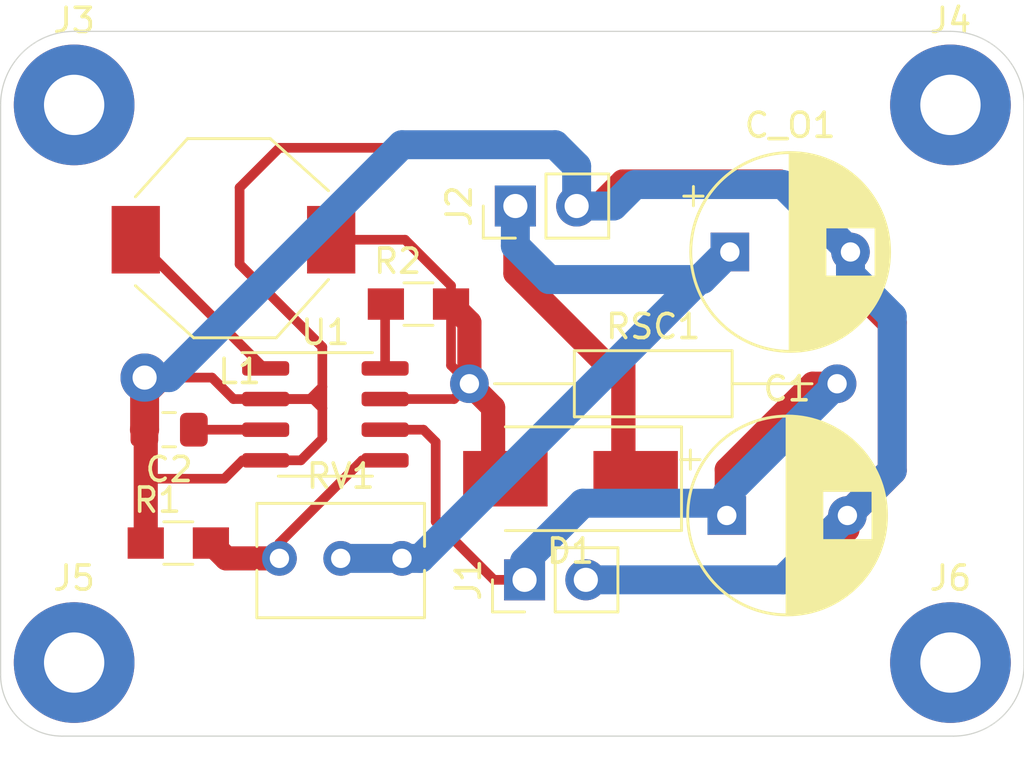
<source format=kicad_pcb>
(kicad_pcb (version 20171130) (host pcbnew "(5.1.5)-2")

  (general
    (thickness 1.6)
    (drawings 8)
    (tracks 105)
    (zones 0)
    (modules 16)
    (nets 13)
  )

  (page A4)
  (layers
    (0 F.Cu signal)
    (31 B.Cu signal)
    (32 B.Adhes user)
    (33 F.Adhes user)
    (34 B.Paste user)
    (35 F.Paste user)
    (36 B.SilkS user)
    (37 F.SilkS user)
    (38 B.Mask user)
    (39 F.Mask user)
    (40 Dwgs.User user)
    (41 Cmts.User user)
    (42 Eco1.User user)
    (43 Eco2.User user)
    (44 Edge.Cuts user)
    (45 Margin user)
    (46 B.CrtYd user)
    (47 F.CrtYd user)
    (48 B.Fab user)
    (49 F.Fab user)
  )

  (setup
    (last_trace_width 0.4)
    (user_trace_width 0.4)
    (user_trace_width 0.6)
    (user_trace_width 0.8)
    (user_trace_width 1)
    (user_trace_width 1.2)
    (trace_clearance 0.2)
    (zone_clearance 0.508)
    (zone_45_only no)
    (trace_min 0.2)
    (via_size 0.8)
    (via_drill 0.4)
    (via_min_size 0.4)
    (via_min_drill 0.3)
    (uvia_size 0.3)
    (uvia_drill 0.1)
    (uvias_allowed no)
    (uvia_min_size 0.2)
    (uvia_min_drill 0.1)
    (edge_width 0.05)
    (segment_width 0.2)
    (pcb_text_width 0.3)
    (pcb_text_size 1.5 1.5)
    (mod_edge_width 0.12)
    (mod_text_size 1 1)
    (mod_text_width 0.15)
    (pad_size 1.524 1.524)
    (pad_drill 0.762)
    (pad_to_mask_clearance 0.051)
    (solder_mask_min_width 0.25)
    (aux_axis_origin 0 0)
    (visible_elements FFFFFF7F)
    (pcbplotparams
      (layerselection 0x010fc_ffffffff)
      (usegerberextensions false)
      (usegerberattributes false)
      (usegerberadvancedattributes false)
      (creategerberjobfile false)
      (excludeedgelayer true)
      (linewidth 0.100000)
      (plotframeref false)
      (viasonmask false)
      (mode 1)
      (useauxorigin false)
      (hpglpennumber 1)
      (hpglpenspeed 20)
      (hpglpendiameter 15.000000)
      (psnegative false)
      (psa4output false)
      (plotreference true)
      (plotvalue true)
      (plotinvisibletext false)
      (padsonsilk false)
      (subtractmaskfromsilk false)
      (outputformat 1)
      (mirror false)
      (drillshape 1)
      (scaleselection 1)
      (outputdirectory ""))
  )

  (net 0 "")
  (net 1 GND)
  (net 2 VIN)
  (net 3 "Net-(C2-Pad1)")
  (net 4 VOUT)
  (net 5 "Net-(D1-Pad2)")
  (net 6 "Net-(L1-Pad1)")
  (net 7 "Net-(R1-Pad1)")
  (net 8 "Net-(R2-Pad2)")
  (net 9 "Net-(J3-Pad1)")
  (net 10 "Net-(J4-Pad1)")
  (net 11 "Net-(J5-Pad1)")
  (net 12 "Net-(J6-Pad1)")

  (net_class Default "This is the default net class."
    (clearance 0.2)
    (trace_width 0.25)
    (via_dia 0.8)
    (via_drill 0.4)
    (uvia_dia 0.3)
    (uvia_drill 0.1)
    (add_net GND)
    (add_net "Net-(C2-Pad1)")
    (add_net "Net-(D1-Pad2)")
    (add_net "Net-(J3-Pad1)")
    (add_net "Net-(J4-Pad1)")
    (add_net "Net-(J5-Pad1)")
    (add_net "Net-(J6-Pad1)")
    (add_net "Net-(L1-Pad1)")
    (add_net "Net-(R1-Pad1)")
    (add_net "Net-(R2-Pad2)")
    (add_net VIN)
    (add_net VOUT)
  )

  (module MC34063_3v7to8V:Inductor_ (layer F.Cu) (tedit 5E5A87D5) (tstamp 5E5AD82B)
    (at 121.412 60.96)
    (path /5E5A47EB)
    (fp_text reference L1 (at 0.254 5.461) (layer F.SilkS)
      (effects (font (size 1 1) (thickness 0.15)))
    )
    (fp_text value 22uH (at 0 -5.461) (layer F.Fab)
      (effects (font (size 1 1) (thickness 0.15)))
    )
    (fp_line (start -4.064 1.905) (end -1.651 4.064) (layer F.SilkS) (width 0.12))
    (fp_line (start 3.937 1.651) (end 1.778 4.064) (layer F.SilkS) (width 0.12))
    (fp_line (start 1.778 4.064) (end -1.651 4.064) (layer F.SilkS) (width 0.12))
    (fp_line (start 3.937 -2.032) (end 1.524 -4.191) (layer F.SilkS) (width 0.12))
    (fp_line (start -1.905 -4.191) (end 1.524 -4.191) (layer F.SilkS) (width 0.12))
    (fp_line (start -4.064 -1.778) (end -1.905 -4.191) (layer F.SilkS) (width 0.12))
    (pad 2 smd rect (at 4.05 0) (size 2 2.8) (layers F.Cu F.Paste F.Mask)
      (net 5 "Net-(D1-Pad2)"))
    (pad 1 smd rect (at -4.05 0) (size 2 2.8) (layers F.Cu F.Paste F.Mask)
      (net 6 "Net-(L1-Pad1)"))
  )

  (module Capacitor_THT:CP_Radial_D8.0mm_P5.00mm (layer F.Cu) (tedit 5AE50EF0) (tstamp 5E5A9788)
    (at 141.859 72.39)
    (descr "CP, Radial series, Radial, pin pitch=5.00mm, , diameter=8mm, Electrolytic Capacitor")
    (tags "CP Radial series Radial pin pitch 5.00mm  diameter 8mm Electrolytic Capacitor")
    (path /5E5B41D4)
    (fp_text reference C1 (at 2.5 -5.25) (layer F.SilkS)
      (effects (font (size 1 1) (thickness 0.15)))
    )
    (fp_text value 100uF (at -1.27 -5.08) (layer F.Fab)
      (effects (font (size 1 1) (thickness 0.15)))
    )
    (fp_text user %R (at 2.5 0) (layer F.Fab)
      (effects (font (size 1 1) (thickness 0.15)))
    )
    (fp_line (start -1.509698 -2.715) (end -1.509698 -1.915) (layer F.SilkS) (width 0.12))
    (fp_line (start -1.909698 -2.315) (end -1.109698 -2.315) (layer F.SilkS) (width 0.12))
    (fp_line (start 6.581 -0.533) (end 6.581 0.533) (layer F.SilkS) (width 0.12))
    (fp_line (start 6.541 -0.768) (end 6.541 0.768) (layer F.SilkS) (width 0.12))
    (fp_line (start 6.501 -0.948) (end 6.501 0.948) (layer F.SilkS) (width 0.12))
    (fp_line (start 6.461 -1.098) (end 6.461 1.098) (layer F.SilkS) (width 0.12))
    (fp_line (start 6.421 -1.229) (end 6.421 1.229) (layer F.SilkS) (width 0.12))
    (fp_line (start 6.381 -1.346) (end 6.381 1.346) (layer F.SilkS) (width 0.12))
    (fp_line (start 6.341 -1.453) (end 6.341 1.453) (layer F.SilkS) (width 0.12))
    (fp_line (start 6.301 -1.552) (end 6.301 1.552) (layer F.SilkS) (width 0.12))
    (fp_line (start 6.261 -1.645) (end 6.261 1.645) (layer F.SilkS) (width 0.12))
    (fp_line (start 6.221 -1.731) (end 6.221 1.731) (layer F.SilkS) (width 0.12))
    (fp_line (start 6.181 -1.813) (end 6.181 1.813) (layer F.SilkS) (width 0.12))
    (fp_line (start 6.141 -1.89) (end 6.141 1.89) (layer F.SilkS) (width 0.12))
    (fp_line (start 6.101 -1.964) (end 6.101 1.964) (layer F.SilkS) (width 0.12))
    (fp_line (start 6.061 -2.034) (end 6.061 2.034) (layer F.SilkS) (width 0.12))
    (fp_line (start 6.021 1.04) (end 6.021 2.102) (layer F.SilkS) (width 0.12))
    (fp_line (start 6.021 -2.102) (end 6.021 -1.04) (layer F.SilkS) (width 0.12))
    (fp_line (start 5.981 1.04) (end 5.981 2.166) (layer F.SilkS) (width 0.12))
    (fp_line (start 5.981 -2.166) (end 5.981 -1.04) (layer F.SilkS) (width 0.12))
    (fp_line (start 5.941 1.04) (end 5.941 2.228) (layer F.SilkS) (width 0.12))
    (fp_line (start 5.941 -2.228) (end 5.941 -1.04) (layer F.SilkS) (width 0.12))
    (fp_line (start 5.901 1.04) (end 5.901 2.287) (layer F.SilkS) (width 0.12))
    (fp_line (start 5.901 -2.287) (end 5.901 -1.04) (layer F.SilkS) (width 0.12))
    (fp_line (start 5.861 1.04) (end 5.861 2.345) (layer F.SilkS) (width 0.12))
    (fp_line (start 5.861 -2.345) (end 5.861 -1.04) (layer F.SilkS) (width 0.12))
    (fp_line (start 5.821 1.04) (end 5.821 2.4) (layer F.SilkS) (width 0.12))
    (fp_line (start 5.821 -2.4) (end 5.821 -1.04) (layer F.SilkS) (width 0.12))
    (fp_line (start 5.781 1.04) (end 5.781 2.454) (layer F.SilkS) (width 0.12))
    (fp_line (start 5.781 -2.454) (end 5.781 -1.04) (layer F.SilkS) (width 0.12))
    (fp_line (start 5.741 1.04) (end 5.741 2.505) (layer F.SilkS) (width 0.12))
    (fp_line (start 5.741 -2.505) (end 5.741 -1.04) (layer F.SilkS) (width 0.12))
    (fp_line (start 5.701 1.04) (end 5.701 2.556) (layer F.SilkS) (width 0.12))
    (fp_line (start 5.701 -2.556) (end 5.701 -1.04) (layer F.SilkS) (width 0.12))
    (fp_line (start 5.661 1.04) (end 5.661 2.604) (layer F.SilkS) (width 0.12))
    (fp_line (start 5.661 -2.604) (end 5.661 -1.04) (layer F.SilkS) (width 0.12))
    (fp_line (start 5.621 1.04) (end 5.621 2.651) (layer F.SilkS) (width 0.12))
    (fp_line (start 5.621 -2.651) (end 5.621 -1.04) (layer F.SilkS) (width 0.12))
    (fp_line (start 5.581 1.04) (end 5.581 2.697) (layer F.SilkS) (width 0.12))
    (fp_line (start 5.581 -2.697) (end 5.581 -1.04) (layer F.SilkS) (width 0.12))
    (fp_line (start 5.541 1.04) (end 5.541 2.741) (layer F.SilkS) (width 0.12))
    (fp_line (start 5.541 -2.741) (end 5.541 -1.04) (layer F.SilkS) (width 0.12))
    (fp_line (start 5.501 1.04) (end 5.501 2.784) (layer F.SilkS) (width 0.12))
    (fp_line (start 5.501 -2.784) (end 5.501 -1.04) (layer F.SilkS) (width 0.12))
    (fp_line (start 5.461 1.04) (end 5.461 2.826) (layer F.SilkS) (width 0.12))
    (fp_line (start 5.461 -2.826) (end 5.461 -1.04) (layer F.SilkS) (width 0.12))
    (fp_line (start 5.421 1.04) (end 5.421 2.867) (layer F.SilkS) (width 0.12))
    (fp_line (start 5.421 -2.867) (end 5.421 -1.04) (layer F.SilkS) (width 0.12))
    (fp_line (start 5.381 1.04) (end 5.381 2.907) (layer F.SilkS) (width 0.12))
    (fp_line (start 5.381 -2.907) (end 5.381 -1.04) (layer F.SilkS) (width 0.12))
    (fp_line (start 5.341 1.04) (end 5.341 2.945) (layer F.SilkS) (width 0.12))
    (fp_line (start 5.341 -2.945) (end 5.341 -1.04) (layer F.SilkS) (width 0.12))
    (fp_line (start 5.301 1.04) (end 5.301 2.983) (layer F.SilkS) (width 0.12))
    (fp_line (start 5.301 -2.983) (end 5.301 -1.04) (layer F.SilkS) (width 0.12))
    (fp_line (start 5.261 1.04) (end 5.261 3.019) (layer F.SilkS) (width 0.12))
    (fp_line (start 5.261 -3.019) (end 5.261 -1.04) (layer F.SilkS) (width 0.12))
    (fp_line (start 5.221 1.04) (end 5.221 3.055) (layer F.SilkS) (width 0.12))
    (fp_line (start 5.221 -3.055) (end 5.221 -1.04) (layer F.SilkS) (width 0.12))
    (fp_line (start 5.181 1.04) (end 5.181 3.09) (layer F.SilkS) (width 0.12))
    (fp_line (start 5.181 -3.09) (end 5.181 -1.04) (layer F.SilkS) (width 0.12))
    (fp_line (start 5.141 1.04) (end 5.141 3.124) (layer F.SilkS) (width 0.12))
    (fp_line (start 5.141 -3.124) (end 5.141 -1.04) (layer F.SilkS) (width 0.12))
    (fp_line (start 5.101 1.04) (end 5.101 3.156) (layer F.SilkS) (width 0.12))
    (fp_line (start 5.101 -3.156) (end 5.101 -1.04) (layer F.SilkS) (width 0.12))
    (fp_line (start 5.061 1.04) (end 5.061 3.189) (layer F.SilkS) (width 0.12))
    (fp_line (start 5.061 -3.189) (end 5.061 -1.04) (layer F.SilkS) (width 0.12))
    (fp_line (start 5.021 1.04) (end 5.021 3.22) (layer F.SilkS) (width 0.12))
    (fp_line (start 5.021 -3.22) (end 5.021 -1.04) (layer F.SilkS) (width 0.12))
    (fp_line (start 4.981 1.04) (end 4.981 3.25) (layer F.SilkS) (width 0.12))
    (fp_line (start 4.981 -3.25) (end 4.981 -1.04) (layer F.SilkS) (width 0.12))
    (fp_line (start 4.941 1.04) (end 4.941 3.28) (layer F.SilkS) (width 0.12))
    (fp_line (start 4.941 -3.28) (end 4.941 -1.04) (layer F.SilkS) (width 0.12))
    (fp_line (start 4.901 1.04) (end 4.901 3.309) (layer F.SilkS) (width 0.12))
    (fp_line (start 4.901 -3.309) (end 4.901 -1.04) (layer F.SilkS) (width 0.12))
    (fp_line (start 4.861 1.04) (end 4.861 3.338) (layer F.SilkS) (width 0.12))
    (fp_line (start 4.861 -3.338) (end 4.861 -1.04) (layer F.SilkS) (width 0.12))
    (fp_line (start 4.821 1.04) (end 4.821 3.365) (layer F.SilkS) (width 0.12))
    (fp_line (start 4.821 -3.365) (end 4.821 -1.04) (layer F.SilkS) (width 0.12))
    (fp_line (start 4.781 1.04) (end 4.781 3.392) (layer F.SilkS) (width 0.12))
    (fp_line (start 4.781 -3.392) (end 4.781 -1.04) (layer F.SilkS) (width 0.12))
    (fp_line (start 4.741 1.04) (end 4.741 3.418) (layer F.SilkS) (width 0.12))
    (fp_line (start 4.741 -3.418) (end 4.741 -1.04) (layer F.SilkS) (width 0.12))
    (fp_line (start 4.701 1.04) (end 4.701 3.444) (layer F.SilkS) (width 0.12))
    (fp_line (start 4.701 -3.444) (end 4.701 -1.04) (layer F.SilkS) (width 0.12))
    (fp_line (start 4.661 1.04) (end 4.661 3.469) (layer F.SilkS) (width 0.12))
    (fp_line (start 4.661 -3.469) (end 4.661 -1.04) (layer F.SilkS) (width 0.12))
    (fp_line (start 4.621 1.04) (end 4.621 3.493) (layer F.SilkS) (width 0.12))
    (fp_line (start 4.621 -3.493) (end 4.621 -1.04) (layer F.SilkS) (width 0.12))
    (fp_line (start 4.581 1.04) (end 4.581 3.517) (layer F.SilkS) (width 0.12))
    (fp_line (start 4.581 -3.517) (end 4.581 -1.04) (layer F.SilkS) (width 0.12))
    (fp_line (start 4.541 1.04) (end 4.541 3.54) (layer F.SilkS) (width 0.12))
    (fp_line (start 4.541 -3.54) (end 4.541 -1.04) (layer F.SilkS) (width 0.12))
    (fp_line (start 4.501 1.04) (end 4.501 3.562) (layer F.SilkS) (width 0.12))
    (fp_line (start 4.501 -3.562) (end 4.501 -1.04) (layer F.SilkS) (width 0.12))
    (fp_line (start 4.461 1.04) (end 4.461 3.584) (layer F.SilkS) (width 0.12))
    (fp_line (start 4.461 -3.584) (end 4.461 -1.04) (layer F.SilkS) (width 0.12))
    (fp_line (start 4.421 1.04) (end 4.421 3.606) (layer F.SilkS) (width 0.12))
    (fp_line (start 4.421 -3.606) (end 4.421 -1.04) (layer F.SilkS) (width 0.12))
    (fp_line (start 4.381 1.04) (end 4.381 3.627) (layer F.SilkS) (width 0.12))
    (fp_line (start 4.381 -3.627) (end 4.381 -1.04) (layer F.SilkS) (width 0.12))
    (fp_line (start 4.341 1.04) (end 4.341 3.647) (layer F.SilkS) (width 0.12))
    (fp_line (start 4.341 -3.647) (end 4.341 -1.04) (layer F.SilkS) (width 0.12))
    (fp_line (start 4.301 1.04) (end 4.301 3.666) (layer F.SilkS) (width 0.12))
    (fp_line (start 4.301 -3.666) (end 4.301 -1.04) (layer F.SilkS) (width 0.12))
    (fp_line (start 4.261 1.04) (end 4.261 3.686) (layer F.SilkS) (width 0.12))
    (fp_line (start 4.261 -3.686) (end 4.261 -1.04) (layer F.SilkS) (width 0.12))
    (fp_line (start 4.221 1.04) (end 4.221 3.704) (layer F.SilkS) (width 0.12))
    (fp_line (start 4.221 -3.704) (end 4.221 -1.04) (layer F.SilkS) (width 0.12))
    (fp_line (start 4.181 1.04) (end 4.181 3.722) (layer F.SilkS) (width 0.12))
    (fp_line (start 4.181 -3.722) (end 4.181 -1.04) (layer F.SilkS) (width 0.12))
    (fp_line (start 4.141 1.04) (end 4.141 3.74) (layer F.SilkS) (width 0.12))
    (fp_line (start 4.141 -3.74) (end 4.141 -1.04) (layer F.SilkS) (width 0.12))
    (fp_line (start 4.101 1.04) (end 4.101 3.757) (layer F.SilkS) (width 0.12))
    (fp_line (start 4.101 -3.757) (end 4.101 -1.04) (layer F.SilkS) (width 0.12))
    (fp_line (start 4.061 1.04) (end 4.061 3.774) (layer F.SilkS) (width 0.12))
    (fp_line (start 4.061 -3.774) (end 4.061 -1.04) (layer F.SilkS) (width 0.12))
    (fp_line (start 4.021 1.04) (end 4.021 3.79) (layer F.SilkS) (width 0.12))
    (fp_line (start 4.021 -3.79) (end 4.021 -1.04) (layer F.SilkS) (width 0.12))
    (fp_line (start 3.981 1.04) (end 3.981 3.805) (layer F.SilkS) (width 0.12))
    (fp_line (start 3.981 -3.805) (end 3.981 -1.04) (layer F.SilkS) (width 0.12))
    (fp_line (start 3.941 -3.821) (end 3.941 3.821) (layer F.SilkS) (width 0.12))
    (fp_line (start 3.901 -3.835) (end 3.901 3.835) (layer F.SilkS) (width 0.12))
    (fp_line (start 3.861 -3.85) (end 3.861 3.85) (layer F.SilkS) (width 0.12))
    (fp_line (start 3.821 -3.863) (end 3.821 3.863) (layer F.SilkS) (width 0.12))
    (fp_line (start 3.781 -3.877) (end 3.781 3.877) (layer F.SilkS) (width 0.12))
    (fp_line (start 3.741 -3.889) (end 3.741 3.889) (layer F.SilkS) (width 0.12))
    (fp_line (start 3.701 -3.902) (end 3.701 3.902) (layer F.SilkS) (width 0.12))
    (fp_line (start 3.661 -3.914) (end 3.661 3.914) (layer F.SilkS) (width 0.12))
    (fp_line (start 3.621 -3.925) (end 3.621 3.925) (layer F.SilkS) (width 0.12))
    (fp_line (start 3.581 -3.936) (end 3.581 3.936) (layer F.SilkS) (width 0.12))
    (fp_line (start 3.541 -3.947) (end 3.541 3.947) (layer F.SilkS) (width 0.12))
    (fp_line (start 3.501 -3.957) (end 3.501 3.957) (layer F.SilkS) (width 0.12))
    (fp_line (start 3.461 -3.967) (end 3.461 3.967) (layer F.SilkS) (width 0.12))
    (fp_line (start 3.421 -3.976) (end 3.421 3.976) (layer F.SilkS) (width 0.12))
    (fp_line (start 3.381 -3.985) (end 3.381 3.985) (layer F.SilkS) (width 0.12))
    (fp_line (start 3.341 -3.994) (end 3.341 3.994) (layer F.SilkS) (width 0.12))
    (fp_line (start 3.301 -4.002) (end 3.301 4.002) (layer F.SilkS) (width 0.12))
    (fp_line (start 3.261 -4.01) (end 3.261 4.01) (layer F.SilkS) (width 0.12))
    (fp_line (start 3.221 -4.017) (end 3.221 4.017) (layer F.SilkS) (width 0.12))
    (fp_line (start 3.18 -4.024) (end 3.18 4.024) (layer F.SilkS) (width 0.12))
    (fp_line (start 3.14 -4.03) (end 3.14 4.03) (layer F.SilkS) (width 0.12))
    (fp_line (start 3.1 -4.037) (end 3.1 4.037) (layer F.SilkS) (width 0.12))
    (fp_line (start 3.06 -4.042) (end 3.06 4.042) (layer F.SilkS) (width 0.12))
    (fp_line (start 3.02 -4.048) (end 3.02 4.048) (layer F.SilkS) (width 0.12))
    (fp_line (start 2.98 -4.052) (end 2.98 4.052) (layer F.SilkS) (width 0.12))
    (fp_line (start 2.94 -4.057) (end 2.94 4.057) (layer F.SilkS) (width 0.12))
    (fp_line (start 2.9 -4.061) (end 2.9 4.061) (layer F.SilkS) (width 0.12))
    (fp_line (start 2.86 -4.065) (end 2.86 4.065) (layer F.SilkS) (width 0.12))
    (fp_line (start 2.82 -4.068) (end 2.82 4.068) (layer F.SilkS) (width 0.12))
    (fp_line (start 2.78 -4.071) (end 2.78 4.071) (layer F.SilkS) (width 0.12))
    (fp_line (start 2.74 -4.074) (end 2.74 4.074) (layer F.SilkS) (width 0.12))
    (fp_line (start 2.7 -4.076) (end 2.7 4.076) (layer F.SilkS) (width 0.12))
    (fp_line (start 2.66 -4.077) (end 2.66 4.077) (layer F.SilkS) (width 0.12))
    (fp_line (start 2.62 -4.079) (end 2.62 4.079) (layer F.SilkS) (width 0.12))
    (fp_line (start 2.58 -4.08) (end 2.58 4.08) (layer F.SilkS) (width 0.12))
    (fp_line (start 2.54 -4.08) (end 2.54 4.08) (layer F.SilkS) (width 0.12))
    (fp_line (start 2.5 -4.08) (end 2.5 4.08) (layer F.SilkS) (width 0.12))
    (fp_line (start -0.526759 -2.1475) (end -0.526759 -1.3475) (layer F.Fab) (width 0.1))
    (fp_line (start -0.926759 -1.7475) (end -0.126759 -1.7475) (layer F.Fab) (width 0.1))
    (fp_circle (center 2.5 0) (end 6.75 0) (layer F.CrtYd) (width 0.05))
    (fp_circle (center 2.5 0) (end 6.62 0) (layer F.SilkS) (width 0.12))
    (fp_circle (center 2.5 0) (end 6.5 0) (layer F.Fab) (width 0.1))
    (pad 2 thru_hole circle (at 5 0) (size 1.6 1.6) (drill 0.8) (layers *.Cu *.Mask)
      (net 1 GND))
    (pad 1 thru_hole rect (at 0 0) (size 1.6 1.6) (drill 0.8) (layers *.Cu *.Mask)
      (net 2 VIN))
    (model ${KISYS3DMOD}/Capacitor_THT.3dshapes/CP_Radial_D8.0mm_P5.00mm.wrl
      (at (xyz 0 0 0))
      (scale (xyz 1 1 1))
      (rotate (xyz 0 0 0))
    )
  )

  (module Capacitor_SMD:C_0805_2012Metric_Pad1.15x1.40mm_HandSolder (layer F.Cu) (tedit 5B36C52B) (tstamp 5E5A9799)
    (at 118.745 68.834 180)
    (descr "Capacitor SMD 0805 (2012 Metric), square (rectangular) end terminal, IPC_7351 nominal with elongated pad for handsoldering. (Body size source: https://docs.google.com/spreadsheets/d/1BsfQQcO9C6DZCsRaXUlFlo91Tg2WpOkGARC1WS5S8t0/edit?usp=sharing), generated with kicad-footprint-generator")
    (tags "capacitor handsolder")
    (path /5E5C2E22)
    (attr smd)
    (fp_text reference C2 (at 0 -1.65) (layer F.SilkS)
      (effects (font (size 1 1) (thickness 0.15)))
    )
    (fp_text value 330pF (at 0 1.65) (layer F.Fab)
      (effects (font (size 1 1) (thickness 0.15)))
    )
    (fp_line (start -1 0.6) (end -1 -0.6) (layer F.Fab) (width 0.1))
    (fp_line (start -1 -0.6) (end 1 -0.6) (layer F.Fab) (width 0.1))
    (fp_line (start 1 -0.6) (end 1 0.6) (layer F.Fab) (width 0.1))
    (fp_line (start 1 0.6) (end -1 0.6) (layer F.Fab) (width 0.1))
    (fp_line (start -0.261252 -0.71) (end 0.261252 -0.71) (layer F.SilkS) (width 0.12))
    (fp_line (start -0.261252 0.71) (end 0.261252 0.71) (layer F.SilkS) (width 0.12))
    (fp_line (start -1.85 0.95) (end -1.85 -0.95) (layer F.CrtYd) (width 0.05))
    (fp_line (start -1.85 -0.95) (end 1.85 -0.95) (layer F.CrtYd) (width 0.05))
    (fp_line (start 1.85 -0.95) (end 1.85 0.95) (layer F.CrtYd) (width 0.05))
    (fp_line (start 1.85 0.95) (end -1.85 0.95) (layer F.CrtYd) (width 0.05))
    (fp_text user %R (at 0 0) (layer F.Fab)
      (effects (font (size 0.5 0.5) (thickness 0.08)))
    )
    (pad 1 smd roundrect (at -1.025 0 180) (size 1.15 1.4) (layers F.Cu F.Paste F.Mask) (roundrect_rratio 0.217391)
      (net 3 "Net-(C2-Pad1)"))
    (pad 2 smd roundrect (at 1.025 0 180) (size 1.15 1.4) (layers F.Cu F.Paste F.Mask) (roundrect_rratio 0.217391)
      (net 1 GND))
    (model ${KISYS3DMOD}/Capacitor_SMD.3dshapes/C_0805_2012Metric.wrl
      (at (xyz 0 0 0))
      (scale (xyz 1 1 1))
      (rotate (xyz 0 0 0))
    )
  )

  (module Capacitor_THT:CP_Radial_D8.0mm_P5.00mm (layer F.Cu) (tedit 5AE50EF0) (tstamp 5E5A9842)
    (at 141.986 61.468)
    (descr "CP, Radial series, Radial, pin pitch=5.00mm, , diameter=8mm, Electrolytic Capacitor")
    (tags "CP Radial series Radial pin pitch 5.00mm  diameter 8mm Electrolytic Capacitor")
    (path /5E5A91A1)
    (fp_text reference C_O1 (at 2.5 -5.25) (layer F.SilkS)
      (effects (font (size 1 1) (thickness 0.15)))
    )
    (fp_text value 220uF (at 2.5 5.25) (layer F.Fab)
      (effects (font (size 1 1) (thickness 0.15)))
    )
    (fp_circle (center 2.5 0) (end 6.5 0) (layer F.Fab) (width 0.1))
    (fp_circle (center 2.5 0) (end 6.62 0) (layer F.SilkS) (width 0.12))
    (fp_circle (center 2.5 0) (end 6.75 0) (layer F.CrtYd) (width 0.05))
    (fp_line (start -0.926759 -1.7475) (end -0.126759 -1.7475) (layer F.Fab) (width 0.1))
    (fp_line (start -0.526759 -2.1475) (end -0.526759 -1.3475) (layer F.Fab) (width 0.1))
    (fp_line (start 2.5 -4.08) (end 2.5 4.08) (layer F.SilkS) (width 0.12))
    (fp_line (start 2.54 -4.08) (end 2.54 4.08) (layer F.SilkS) (width 0.12))
    (fp_line (start 2.58 -4.08) (end 2.58 4.08) (layer F.SilkS) (width 0.12))
    (fp_line (start 2.62 -4.079) (end 2.62 4.079) (layer F.SilkS) (width 0.12))
    (fp_line (start 2.66 -4.077) (end 2.66 4.077) (layer F.SilkS) (width 0.12))
    (fp_line (start 2.7 -4.076) (end 2.7 4.076) (layer F.SilkS) (width 0.12))
    (fp_line (start 2.74 -4.074) (end 2.74 4.074) (layer F.SilkS) (width 0.12))
    (fp_line (start 2.78 -4.071) (end 2.78 4.071) (layer F.SilkS) (width 0.12))
    (fp_line (start 2.82 -4.068) (end 2.82 4.068) (layer F.SilkS) (width 0.12))
    (fp_line (start 2.86 -4.065) (end 2.86 4.065) (layer F.SilkS) (width 0.12))
    (fp_line (start 2.9 -4.061) (end 2.9 4.061) (layer F.SilkS) (width 0.12))
    (fp_line (start 2.94 -4.057) (end 2.94 4.057) (layer F.SilkS) (width 0.12))
    (fp_line (start 2.98 -4.052) (end 2.98 4.052) (layer F.SilkS) (width 0.12))
    (fp_line (start 3.02 -4.048) (end 3.02 4.048) (layer F.SilkS) (width 0.12))
    (fp_line (start 3.06 -4.042) (end 3.06 4.042) (layer F.SilkS) (width 0.12))
    (fp_line (start 3.1 -4.037) (end 3.1 4.037) (layer F.SilkS) (width 0.12))
    (fp_line (start 3.14 -4.03) (end 3.14 4.03) (layer F.SilkS) (width 0.12))
    (fp_line (start 3.18 -4.024) (end 3.18 4.024) (layer F.SilkS) (width 0.12))
    (fp_line (start 3.221 -4.017) (end 3.221 4.017) (layer F.SilkS) (width 0.12))
    (fp_line (start 3.261 -4.01) (end 3.261 4.01) (layer F.SilkS) (width 0.12))
    (fp_line (start 3.301 -4.002) (end 3.301 4.002) (layer F.SilkS) (width 0.12))
    (fp_line (start 3.341 -3.994) (end 3.341 3.994) (layer F.SilkS) (width 0.12))
    (fp_line (start 3.381 -3.985) (end 3.381 3.985) (layer F.SilkS) (width 0.12))
    (fp_line (start 3.421 -3.976) (end 3.421 3.976) (layer F.SilkS) (width 0.12))
    (fp_line (start 3.461 -3.967) (end 3.461 3.967) (layer F.SilkS) (width 0.12))
    (fp_line (start 3.501 -3.957) (end 3.501 3.957) (layer F.SilkS) (width 0.12))
    (fp_line (start 3.541 -3.947) (end 3.541 3.947) (layer F.SilkS) (width 0.12))
    (fp_line (start 3.581 -3.936) (end 3.581 3.936) (layer F.SilkS) (width 0.12))
    (fp_line (start 3.621 -3.925) (end 3.621 3.925) (layer F.SilkS) (width 0.12))
    (fp_line (start 3.661 -3.914) (end 3.661 3.914) (layer F.SilkS) (width 0.12))
    (fp_line (start 3.701 -3.902) (end 3.701 3.902) (layer F.SilkS) (width 0.12))
    (fp_line (start 3.741 -3.889) (end 3.741 3.889) (layer F.SilkS) (width 0.12))
    (fp_line (start 3.781 -3.877) (end 3.781 3.877) (layer F.SilkS) (width 0.12))
    (fp_line (start 3.821 -3.863) (end 3.821 3.863) (layer F.SilkS) (width 0.12))
    (fp_line (start 3.861 -3.85) (end 3.861 3.85) (layer F.SilkS) (width 0.12))
    (fp_line (start 3.901 -3.835) (end 3.901 3.835) (layer F.SilkS) (width 0.12))
    (fp_line (start 3.941 -3.821) (end 3.941 3.821) (layer F.SilkS) (width 0.12))
    (fp_line (start 3.981 -3.805) (end 3.981 -1.04) (layer F.SilkS) (width 0.12))
    (fp_line (start 3.981 1.04) (end 3.981 3.805) (layer F.SilkS) (width 0.12))
    (fp_line (start 4.021 -3.79) (end 4.021 -1.04) (layer F.SilkS) (width 0.12))
    (fp_line (start 4.021 1.04) (end 4.021 3.79) (layer F.SilkS) (width 0.12))
    (fp_line (start 4.061 -3.774) (end 4.061 -1.04) (layer F.SilkS) (width 0.12))
    (fp_line (start 4.061 1.04) (end 4.061 3.774) (layer F.SilkS) (width 0.12))
    (fp_line (start 4.101 -3.757) (end 4.101 -1.04) (layer F.SilkS) (width 0.12))
    (fp_line (start 4.101 1.04) (end 4.101 3.757) (layer F.SilkS) (width 0.12))
    (fp_line (start 4.141 -3.74) (end 4.141 -1.04) (layer F.SilkS) (width 0.12))
    (fp_line (start 4.141 1.04) (end 4.141 3.74) (layer F.SilkS) (width 0.12))
    (fp_line (start 4.181 -3.722) (end 4.181 -1.04) (layer F.SilkS) (width 0.12))
    (fp_line (start 4.181 1.04) (end 4.181 3.722) (layer F.SilkS) (width 0.12))
    (fp_line (start 4.221 -3.704) (end 4.221 -1.04) (layer F.SilkS) (width 0.12))
    (fp_line (start 4.221 1.04) (end 4.221 3.704) (layer F.SilkS) (width 0.12))
    (fp_line (start 4.261 -3.686) (end 4.261 -1.04) (layer F.SilkS) (width 0.12))
    (fp_line (start 4.261 1.04) (end 4.261 3.686) (layer F.SilkS) (width 0.12))
    (fp_line (start 4.301 -3.666) (end 4.301 -1.04) (layer F.SilkS) (width 0.12))
    (fp_line (start 4.301 1.04) (end 4.301 3.666) (layer F.SilkS) (width 0.12))
    (fp_line (start 4.341 -3.647) (end 4.341 -1.04) (layer F.SilkS) (width 0.12))
    (fp_line (start 4.341 1.04) (end 4.341 3.647) (layer F.SilkS) (width 0.12))
    (fp_line (start 4.381 -3.627) (end 4.381 -1.04) (layer F.SilkS) (width 0.12))
    (fp_line (start 4.381 1.04) (end 4.381 3.627) (layer F.SilkS) (width 0.12))
    (fp_line (start 4.421 -3.606) (end 4.421 -1.04) (layer F.SilkS) (width 0.12))
    (fp_line (start 4.421 1.04) (end 4.421 3.606) (layer F.SilkS) (width 0.12))
    (fp_line (start 4.461 -3.584) (end 4.461 -1.04) (layer F.SilkS) (width 0.12))
    (fp_line (start 4.461 1.04) (end 4.461 3.584) (layer F.SilkS) (width 0.12))
    (fp_line (start 4.501 -3.562) (end 4.501 -1.04) (layer F.SilkS) (width 0.12))
    (fp_line (start 4.501 1.04) (end 4.501 3.562) (layer F.SilkS) (width 0.12))
    (fp_line (start 4.541 -3.54) (end 4.541 -1.04) (layer F.SilkS) (width 0.12))
    (fp_line (start 4.541 1.04) (end 4.541 3.54) (layer F.SilkS) (width 0.12))
    (fp_line (start 4.581 -3.517) (end 4.581 -1.04) (layer F.SilkS) (width 0.12))
    (fp_line (start 4.581 1.04) (end 4.581 3.517) (layer F.SilkS) (width 0.12))
    (fp_line (start 4.621 -3.493) (end 4.621 -1.04) (layer F.SilkS) (width 0.12))
    (fp_line (start 4.621 1.04) (end 4.621 3.493) (layer F.SilkS) (width 0.12))
    (fp_line (start 4.661 -3.469) (end 4.661 -1.04) (layer F.SilkS) (width 0.12))
    (fp_line (start 4.661 1.04) (end 4.661 3.469) (layer F.SilkS) (width 0.12))
    (fp_line (start 4.701 -3.444) (end 4.701 -1.04) (layer F.SilkS) (width 0.12))
    (fp_line (start 4.701 1.04) (end 4.701 3.444) (layer F.SilkS) (width 0.12))
    (fp_line (start 4.741 -3.418) (end 4.741 -1.04) (layer F.SilkS) (width 0.12))
    (fp_line (start 4.741 1.04) (end 4.741 3.418) (layer F.SilkS) (width 0.12))
    (fp_line (start 4.781 -3.392) (end 4.781 -1.04) (layer F.SilkS) (width 0.12))
    (fp_line (start 4.781 1.04) (end 4.781 3.392) (layer F.SilkS) (width 0.12))
    (fp_line (start 4.821 -3.365) (end 4.821 -1.04) (layer F.SilkS) (width 0.12))
    (fp_line (start 4.821 1.04) (end 4.821 3.365) (layer F.SilkS) (width 0.12))
    (fp_line (start 4.861 -3.338) (end 4.861 -1.04) (layer F.SilkS) (width 0.12))
    (fp_line (start 4.861 1.04) (end 4.861 3.338) (layer F.SilkS) (width 0.12))
    (fp_line (start 4.901 -3.309) (end 4.901 -1.04) (layer F.SilkS) (width 0.12))
    (fp_line (start 4.901 1.04) (end 4.901 3.309) (layer F.SilkS) (width 0.12))
    (fp_line (start 4.941 -3.28) (end 4.941 -1.04) (layer F.SilkS) (width 0.12))
    (fp_line (start 4.941 1.04) (end 4.941 3.28) (layer F.SilkS) (width 0.12))
    (fp_line (start 4.981 -3.25) (end 4.981 -1.04) (layer F.SilkS) (width 0.12))
    (fp_line (start 4.981 1.04) (end 4.981 3.25) (layer F.SilkS) (width 0.12))
    (fp_line (start 5.021 -3.22) (end 5.021 -1.04) (layer F.SilkS) (width 0.12))
    (fp_line (start 5.021 1.04) (end 5.021 3.22) (layer F.SilkS) (width 0.12))
    (fp_line (start 5.061 -3.189) (end 5.061 -1.04) (layer F.SilkS) (width 0.12))
    (fp_line (start 5.061 1.04) (end 5.061 3.189) (layer F.SilkS) (width 0.12))
    (fp_line (start 5.101 -3.156) (end 5.101 -1.04) (layer F.SilkS) (width 0.12))
    (fp_line (start 5.101 1.04) (end 5.101 3.156) (layer F.SilkS) (width 0.12))
    (fp_line (start 5.141 -3.124) (end 5.141 -1.04) (layer F.SilkS) (width 0.12))
    (fp_line (start 5.141 1.04) (end 5.141 3.124) (layer F.SilkS) (width 0.12))
    (fp_line (start 5.181 -3.09) (end 5.181 -1.04) (layer F.SilkS) (width 0.12))
    (fp_line (start 5.181 1.04) (end 5.181 3.09) (layer F.SilkS) (width 0.12))
    (fp_line (start 5.221 -3.055) (end 5.221 -1.04) (layer F.SilkS) (width 0.12))
    (fp_line (start 5.221 1.04) (end 5.221 3.055) (layer F.SilkS) (width 0.12))
    (fp_line (start 5.261 -3.019) (end 5.261 -1.04) (layer F.SilkS) (width 0.12))
    (fp_line (start 5.261 1.04) (end 5.261 3.019) (layer F.SilkS) (width 0.12))
    (fp_line (start 5.301 -2.983) (end 5.301 -1.04) (layer F.SilkS) (width 0.12))
    (fp_line (start 5.301 1.04) (end 5.301 2.983) (layer F.SilkS) (width 0.12))
    (fp_line (start 5.341 -2.945) (end 5.341 -1.04) (layer F.SilkS) (width 0.12))
    (fp_line (start 5.341 1.04) (end 5.341 2.945) (layer F.SilkS) (width 0.12))
    (fp_line (start 5.381 -2.907) (end 5.381 -1.04) (layer F.SilkS) (width 0.12))
    (fp_line (start 5.381 1.04) (end 5.381 2.907) (layer F.SilkS) (width 0.12))
    (fp_line (start 5.421 -2.867) (end 5.421 -1.04) (layer F.SilkS) (width 0.12))
    (fp_line (start 5.421 1.04) (end 5.421 2.867) (layer F.SilkS) (width 0.12))
    (fp_line (start 5.461 -2.826) (end 5.461 -1.04) (layer F.SilkS) (width 0.12))
    (fp_line (start 5.461 1.04) (end 5.461 2.826) (layer F.SilkS) (width 0.12))
    (fp_line (start 5.501 -2.784) (end 5.501 -1.04) (layer F.SilkS) (width 0.12))
    (fp_line (start 5.501 1.04) (end 5.501 2.784) (layer F.SilkS) (width 0.12))
    (fp_line (start 5.541 -2.741) (end 5.541 -1.04) (layer F.SilkS) (width 0.12))
    (fp_line (start 5.541 1.04) (end 5.541 2.741) (layer F.SilkS) (width 0.12))
    (fp_line (start 5.581 -2.697) (end 5.581 -1.04) (layer F.SilkS) (width 0.12))
    (fp_line (start 5.581 1.04) (end 5.581 2.697) (layer F.SilkS) (width 0.12))
    (fp_line (start 5.621 -2.651) (end 5.621 -1.04) (layer F.SilkS) (width 0.12))
    (fp_line (start 5.621 1.04) (end 5.621 2.651) (layer F.SilkS) (width 0.12))
    (fp_line (start 5.661 -2.604) (end 5.661 -1.04) (layer F.SilkS) (width 0.12))
    (fp_line (start 5.661 1.04) (end 5.661 2.604) (layer F.SilkS) (width 0.12))
    (fp_line (start 5.701 -2.556) (end 5.701 -1.04) (layer F.SilkS) (width 0.12))
    (fp_line (start 5.701 1.04) (end 5.701 2.556) (layer F.SilkS) (width 0.12))
    (fp_line (start 5.741 -2.505) (end 5.741 -1.04) (layer F.SilkS) (width 0.12))
    (fp_line (start 5.741 1.04) (end 5.741 2.505) (layer F.SilkS) (width 0.12))
    (fp_line (start 5.781 -2.454) (end 5.781 -1.04) (layer F.SilkS) (width 0.12))
    (fp_line (start 5.781 1.04) (end 5.781 2.454) (layer F.SilkS) (width 0.12))
    (fp_line (start 5.821 -2.4) (end 5.821 -1.04) (layer F.SilkS) (width 0.12))
    (fp_line (start 5.821 1.04) (end 5.821 2.4) (layer F.SilkS) (width 0.12))
    (fp_line (start 5.861 -2.345) (end 5.861 -1.04) (layer F.SilkS) (width 0.12))
    (fp_line (start 5.861 1.04) (end 5.861 2.345) (layer F.SilkS) (width 0.12))
    (fp_line (start 5.901 -2.287) (end 5.901 -1.04) (layer F.SilkS) (width 0.12))
    (fp_line (start 5.901 1.04) (end 5.901 2.287) (layer F.SilkS) (width 0.12))
    (fp_line (start 5.941 -2.228) (end 5.941 -1.04) (layer F.SilkS) (width 0.12))
    (fp_line (start 5.941 1.04) (end 5.941 2.228) (layer F.SilkS) (width 0.12))
    (fp_line (start 5.981 -2.166) (end 5.981 -1.04) (layer F.SilkS) (width 0.12))
    (fp_line (start 5.981 1.04) (end 5.981 2.166) (layer F.SilkS) (width 0.12))
    (fp_line (start 6.021 -2.102) (end 6.021 -1.04) (layer F.SilkS) (width 0.12))
    (fp_line (start 6.021 1.04) (end 6.021 2.102) (layer F.SilkS) (width 0.12))
    (fp_line (start 6.061 -2.034) (end 6.061 2.034) (layer F.SilkS) (width 0.12))
    (fp_line (start 6.101 -1.964) (end 6.101 1.964) (layer F.SilkS) (width 0.12))
    (fp_line (start 6.141 -1.89) (end 6.141 1.89) (layer F.SilkS) (width 0.12))
    (fp_line (start 6.181 -1.813) (end 6.181 1.813) (layer F.SilkS) (width 0.12))
    (fp_line (start 6.221 -1.731) (end 6.221 1.731) (layer F.SilkS) (width 0.12))
    (fp_line (start 6.261 -1.645) (end 6.261 1.645) (layer F.SilkS) (width 0.12))
    (fp_line (start 6.301 -1.552) (end 6.301 1.552) (layer F.SilkS) (width 0.12))
    (fp_line (start 6.341 -1.453) (end 6.341 1.453) (layer F.SilkS) (width 0.12))
    (fp_line (start 6.381 -1.346) (end 6.381 1.346) (layer F.SilkS) (width 0.12))
    (fp_line (start 6.421 -1.229) (end 6.421 1.229) (layer F.SilkS) (width 0.12))
    (fp_line (start 6.461 -1.098) (end 6.461 1.098) (layer F.SilkS) (width 0.12))
    (fp_line (start 6.501 -0.948) (end 6.501 0.948) (layer F.SilkS) (width 0.12))
    (fp_line (start 6.541 -0.768) (end 6.541 0.768) (layer F.SilkS) (width 0.12))
    (fp_line (start 6.581 -0.533) (end 6.581 0.533) (layer F.SilkS) (width 0.12))
    (fp_line (start -1.909698 -2.315) (end -1.109698 -2.315) (layer F.SilkS) (width 0.12))
    (fp_line (start -1.509698 -2.715) (end -1.509698 -1.915) (layer F.SilkS) (width 0.12))
    (fp_text user %R (at 2.5 0) (layer F.Fab)
      (effects (font (size 1 1) (thickness 0.15)))
    )
    (pad 1 thru_hole rect (at 0 0) (size 1.6 1.6) (drill 0.8) (layers *.Cu *.Mask)
      (net 4 VOUT))
    (pad 2 thru_hole circle (at 5 0) (size 1.6 1.6) (drill 0.8) (layers *.Cu *.Mask)
      (net 1 GND))
    (model ${KISYS3DMOD}/Capacitor_THT.3dshapes/CP_Radial_D8.0mm_P5.00mm.wrl
      (at (xyz 0 0 0))
      (scale (xyz 1 1 1))
      (rotate (xyz 0 0 0))
    )
  )

  (module Diode_SMD:D_SMB_Handsoldering (layer F.Cu) (tedit 590B3D55) (tstamp 5E5A985A)
    (at 135.382 70.866 180)
    (descr "Diode SMB (DO-214AA) Handsoldering")
    (tags "Diode SMB (DO-214AA) Handsoldering")
    (path /5E5A5D7D)
    (attr smd)
    (fp_text reference D1 (at 0 -3) (layer F.SilkS)
      (effects (font (size 1 1) (thickness 0.15)))
    )
    (fp_text value D_Schottky (at 0 3) (layer F.Fab)
      (effects (font (size 1 1) (thickness 0.15)))
    )
    (fp_text user %R (at 0 -3) (layer F.Fab)
      (effects (font (size 1 1) (thickness 0.15)))
    )
    (fp_line (start -4.6 -2.15) (end -4.6 2.15) (layer F.SilkS) (width 0.12))
    (fp_line (start 2.3 2) (end -2.3 2) (layer F.Fab) (width 0.1))
    (fp_line (start -2.3 2) (end -2.3 -2) (layer F.Fab) (width 0.1))
    (fp_line (start 2.3 -2) (end 2.3 2) (layer F.Fab) (width 0.1))
    (fp_line (start 2.3 -2) (end -2.3 -2) (layer F.Fab) (width 0.1))
    (fp_line (start -4.7 -2.25) (end 4.7 -2.25) (layer F.CrtYd) (width 0.05))
    (fp_line (start 4.7 -2.25) (end 4.7 2.25) (layer F.CrtYd) (width 0.05))
    (fp_line (start 4.7 2.25) (end -4.7 2.25) (layer F.CrtYd) (width 0.05))
    (fp_line (start -4.7 2.25) (end -4.7 -2.25) (layer F.CrtYd) (width 0.05))
    (fp_line (start -0.64944 0.00102) (end -1.55114 0.00102) (layer F.Fab) (width 0.1))
    (fp_line (start 0.50118 0.00102) (end 1.4994 0.00102) (layer F.Fab) (width 0.1))
    (fp_line (start -0.64944 -0.79908) (end -0.64944 0.80112) (layer F.Fab) (width 0.1))
    (fp_line (start 0.50118 0.75032) (end 0.50118 -0.79908) (layer F.Fab) (width 0.1))
    (fp_line (start -0.64944 0.00102) (end 0.50118 0.75032) (layer F.Fab) (width 0.1))
    (fp_line (start -0.64944 0.00102) (end 0.50118 -0.79908) (layer F.Fab) (width 0.1))
    (fp_line (start -4.6 2.15) (end 2.7 2.15) (layer F.SilkS) (width 0.12))
    (fp_line (start -4.6 -2.15) (end 2.7 -2.15) (layer F.SilkS) (width 0.12))
    (pad 1 smd rect (at -2.7 0 180) (size 3.5 2.3) (layers F.Cu F.Paste F.Mask)
      (net 4 VOUT))
    (pad 2 smd rect (at 2.7 0 180) (size 3.5 2.3) (layers F.Cu F.Paste F.Mask)
      (net 5 "Net-(D1-Pad2)"))
    (model ${KISYS3DMOD}/Diode_SMD.3dshapes/D_SMB.wrl
      (at (xyz 0 0 0))
      (scale (xyz 1 1 1))
      (rotate (xyz 0 0 0))
    )
  )

  (module Connector_PinHeader_2.54mm:PinHeader_1x02_P2.54mm_Vertical (layer F.Cu) (tedit 59FED5CC) (tstamp 5E5A9870)
    (at 133.477 75.057 90)
    (descr "Through hole straight pin header, 1x02, 2.54mm pitch, single row")
    (tags "Through hole pin header THT 1x02 2.54mm single row")
    (path /5E5AF35C)
    (fp_text reference J1 (at 0 -2.33 90) (layer F.SilkS)
      (effects (font (size 1 1) (thickness 0.15)))
    )
    (fp_text value VIN (at 0 4.87 90) (layer F.Fab)
      (effects (font (size 1 1) (thickness 0.15)))
    )
    (fp_line (start -0.635 -1.27) (end 1.27 -1.27) (layer F.Fab) (width 0.1))
    (fp_line (start 1.27 -1.27) (end 1.27 3.81) (layer F.Fab) (width 0.1))
    (fp_line (start 1.27 3.81) (end -1.27 3.81) (layer F.Fab) (width 0.1))
    (fp_line (start -1.27 3.81) (end -1.27 -0.635) (layer F.Fab) (width 0.1))
    (fp_line (start -1.27 -0.635) (end -0.635 -1.27) (layer F.Fab) (width 0.1))
    (fp_line (start -1.33 3.87) (end 1.33 3.87) (layer F.SilkS) (width 0.12))
    (fp_line (start -1.33 1.27) (end -1.33 3.87) (layer F.SilkS) (width 0.12))
    (fp_line (start 1.33 1.27) (end 1.33 3.87) (layer F.SilkS) (width 0.12))
    (fp_line (start -1.33 1.27) (end 1.33 1.27) (layer F.SilkS) (width 0.12))
    (fp_line (start -1.33 0) (end -1.33 -1.33) (layer F.SilkS) (width 0.12))
    (fp_line (start -1.33 -1.33) (end 0 -1.33) (layer F.SilkS) (width 0.12))
    (fp_line (start -1.8 -1.8) (end -1.8 4.35) (layer F.CrtYd) (width 0.05))
    (fp_line (start -1.8 4.35) (end 1.8 4.35) (layer F.CrtYd) (width 0.05))
    (fp_line (start 1.8 4.35) (end 1.8 -1.8) (layer F.CrtYd) (width 0.05))
    (fp_line (start 1.8 -1.8) (end -1.8 -1.8) (layer F.CrtYd) (width 0.05))
    (fp_text user %R (at 0 1.27) (layer F.Fab)
      (effects (font (size 1 1) (thickness 0.15)))
    )
    (pad 1 thru_hole rect (at 0 0 90) (size 1.7 1.7) (drill 1) (layers *.Cu *.Mask)
      (net 2 VIN))
    (pad 2 thru_hole oval (at 0 2.54 90) (size 1.7 1.7) (drill 1) (layers *.Cu *.Mask)
      (net 1 GND))
    (model ${KISYS3DMOD}/Connector_PinHeader_2.54mm.3dshapes/PinHeader_1x02_P2.54mm_Vertical.wrl
      (at (xyz 0 0 0))
      (scale (xyz 1 1 1))
      (rotate (xyz 0 0 0))
    )
  )

  (module Connector_PinHeader_2.54mm:PinHeader_1x02_P2.54mm_Vertical (layer F.Cu) (tedit 59FED5CC) (tstamp 5E5A9886)
    (at 133.096 59.563 90)
    (descr "Through hole straight pin header, 1x02, 2.54mm pitch, single row")
    (tags "Through hole pin header THT 1x02 2.54mm single row")
    (path /5E5B232E)
    (fp_text reference J2 (at 0 -2.33 90) (layer F.SilkS)
      (effects (font (size 1 1) (thickness 0.15)))
    )
    (fp_text value VOUT (at 0 4.87 90) (layer F.Fab)
      (effects (font (size 1 1) (thickness 0.15)))
    )
    (fp_text user %R (at 0 1.27) (layer F.Fab)
      (effects (font (size 1 1) (thickness 0.15)))
    )
    (fp_line (start 1.8 -1.8) (end -1.8 -1.8) (layer F.CrtYd) (width 0.05))
    (fp_line (start 1.8 4.35) (end 1.8 -1.8) (layer F.CrtYd) (width 0.05))
    (fp_line (start -1.8 4.35) (end 1.8 4.35) (layer F.CrtYd) (width 0.05))
    (fp_line (start -1.8 -1.8) (end -1.8 4.35) (layer F.CrtYd) (width 0.05))
    (fp_line (start -1.33 -1.33) (end 0 -1.33) (layer F.SilkS) (width 0.12))
    (fp_line (start -1.33 0) (end -1.33 -1.33) (layer F.SilkS) (width 0.12))
    (fp_line (start -1.33 1.27) (end 1.33 1.27) (layer F.SilkS) (width 0.12))
    (fp_line (start 1.33 1.27) (end 1.33 3.87) (layer F.SilkS) (width 0.12))
    (fp_line (start -1.33 1.27) (end -1.33 3.87) (layer F.SilkS) (width 0.12))
    (fp_line (start -1.33 3.87) (end 1.33 3.87) (layer F.SilkS) (width 0.12))
    (fp_line (start -1.27 -0.635) (end -0.635 -1.27) (layer F.Fab) (width 0.1))
    (fp_line (start -1.27 3.81) (end -1.27 -0.635) (layer F.Fab) (width 0.1))
    (fp_line (start 1.27 3.81) (end -1.27 3.81) (layer F.Fab) (width 0.1))
    (fp_line (start 1.27 -1.27) (end 1.27 3.81) (layer F.Fab) (width 0.1))
    (fp_line (start -0.635 -1.27) (end 1.27 -1.27) (layer F.Fab) (width 0.1))
    (pad 2 thru_hole oval (at 0 2.54 90) (size 1.7 1.7) (drill 1) (layers *.Cu *.Mask)
      (net 1 GND))
    (pad 1 thru_hole rect (at 0 0 90) (size 1.7 1.7) (drill 1) (layers *.Cu *.Mask)
      (net 4 VOUT))
    (model ${KISYS3DMOD}/Connector_PinHeader_2.54mm.3dshapes/PinHeader_1x02_P2.54mm_Vertical.wrl
      (at (xyz 0 0 0))
      (scale (xyz 1 1 1))
      (rotate (xyz 0 0 0))
    )
  )

  (module KICAD_Library1_Triet:R_0805_HandSoldering (layer F.Cu) (tedit 5CAB4D99) (tstamp 5E5A98BF)
    (at 119.126 73.533 180)
    (descr "Resistor SMD 0805, hand soldering")
    (tags "resistor 0805")
    (path /5E5A71B6)
    (attr smd)
    (fp_text reference R1 (at 0.8636 1.778) (layer F.SilkS)
      (effects (font (size 1 1) (thickness 0.15)))
    )
    (fp_text value 2k2 (at 0 1.75) (layer F.Fab)
      (effects (font (size 1 1) (thickness 0.15)))
    )
    (fp_text user %R (at 0 0) (layer F.Fab)
      (effects (font (size 0.5 0.5) (thickness 0.075)))
    )
    (fp_line (start -1 0.62) (end -1 -0.62) (layer F.Fab) (width 0.1))
    (fp_line (start 1 0.62) (end -1 0.62) (layer F.Fab) (width 0.1))
    (fp_line (start 1 -0.62) (end 1 0.62) (layer F.Fab) (width 0.1))
    (fp_line (start -1 -0.62) (end 1 -0.62) (layer F.Fab) (width 0.1))
    (fp_line (start 0.6 0.88) (end -0.6 0.88) (layer F.SilkS) (width 0.12))
    (fp_line (start -0.6 -0.88) (end 0.6 -0.88) (layer F.SilkS) (width 0.12))
    (fp_line (start -2.35 -0.9) (end 2.35 -0.9) (layer F.CrtYd) (width 0.05))
    (fp_line (start -2.35 -0.9) (end -2.35 0.9) (layer F.CrtYd) (width 0.05))
    (fp_line (start 2.35 0.9) (end 2.35 -0.9) (layer F.CrtYd) (width 0.05))
    (fp_line (start 2.35 0.9) (end -2.35 0.9) (layer F.CrtYd) (width 0.05))
    (pad 1 smd rect (at -1.35 0 180) (size 1.5 1.3) (layers F.Cu F.Paste F.Mask)
      (net 7 "Net-(R1-Pad1)"))
    (pad 2 smd rect (at 1.35 0 180) (size 1.5 1.3) (layers F.Cu F.Paste F.Mask)
      (net 1 GND))
    (model ${KISYS3DMOD}/Resistor_SMD.3dshapes/R_0805_2012Metric.step
      (at (xyz 0 0 0))
      (scale (xyz 1 1 1))
      (rotate (xyz 0 0 0))
    )
  )

  (module KICAD_Library1_Triet:R_0805_HandSoldering (layer F.Cu) (tedit 5CAB4D99) (tstamp 5E5A98D0)
    (at 129.079 63.627 180)
    (descr "Resistor SMD 0805, hand soldering")
    (tags "resistor 0805")
    (path /5E5A3135)
    (attr smd)
    (fp_text reference R2 (at 0.8636 1.778) (layer F.SilkS)
      (effects (font (size 1 1) (thickness 0.15)))
    )
    (fp_text value 180 (at 0 1.75) (layer F.Fab)
      (effects (font (size 1 1) (thickness 0.15)))
    )
    (fp_line (start 2.35 0.9) (end -2.35 0.9) (layer F.CrtYd) (width 0.05))
    (fp_line (start 2.35 0.9) (end 2.35 -0.9) (layer F.CrtYd) (width 0.05))
    (fp_line (start -2.35 -0.9) (end -2.35 0.9) (layer F.CrtYd) (width 0.05))
    (fp_line (start -2.35 -0.9) (end 2.35 -0.9) (layer F.CrtYd) (width 0.05))
    (fp_line (start -0.6 -0.88) (end 0.6 -0.88) (layer F.SilkS) (width 0.12))
    (fp_line (start 0.6 0.88) (end -0.6 0.88) (layer F.SilkS) (width 0.12))
    (fp_line (start -1 -0.62) (end 1 -0.62) (layer F.Fab) (width 0.1))
    (fp_line (start 1 -0.62) (end 1 0.62) (layer F.Fab) (width 0.1))
    (fp_line (start 1 0.62) (end -1 0.62) (layer F.Fab) (width 0.1))
    (fp_line (start -1 0.62) (end -1 -0.62) (layer F.Fab) (width 0.1))
    (fp_text user %R (at 0 0) (layer F.Fab)
      (effects (font (size 0.5 0.5) (thickness 0.075)))
    )
    (pad 2 smd rect (at 1.35 0 180) (size 1.5 1.3) (layers F.Cu F.Paste F.Mask)
      (net 8 "Net-(R2-Pad2)"))
    (pad 1 smd rect (at -1.35 0 180) (size 1.5 1.3) (layers F.Cu F.Paste F.Mask)
      (net 5 "Net-(D1-Pad2)"))
    (model ${KISYS3DMOD}/Resistor_SMD.3dshapes/R_0805_2012Metric.step
      (at (xyz 0 0 0))
      (scale (xyz 1 1 1))
      (rotate (xyz 0 0 0))
    )
  )

  (module Potentiometer_THT:Potentiometer_Bourns_3266Y_Vertical (layer F.Cu) (tedit 5A3D4994) (tstamp 5E5A9900)
    (at 128.397 74.168)
    (descr "Potentiometer, vertical, Bourns 3266Y, https://www.bourns.com/docs/Product-Datasheets/3266.pdf")
    (tags "Potentiometer vertical Bourns 3266Y")
    (path /5E5BE701)
    (fp_text reference RV1 (at -2.54 -3.41) (layer F.SilkS)
      (effects (font (size 1 1) (thickness 0.15)))
    )
    (fp_text value 50k (at -2.54 3.59) (layer F.Fab)
      (effects (font (size 1 1) (thickness 0.15)))
    )
    (fp_circle (center -0.405 1.07) (end 0.485 1.07) (layer F.Fab) (width 0.1))
    (fp_line (start -5.895 -2.16) (end -5.895 2.34) (layer F.Fab) (width 0.1))
    (fp_line (start -5.895 2.34) (end 0.815 2.34) (layer F.Fab) (width 0.1))
    (fp_line (start 0.815 2.34) (end 0.815 -2.16) (layer F.Fab) (width 0.1))
    (fp_line (start 0.815 -2.16) (end -5.895 -2.16) (layer F.Fab) (width 0.1))
    (fp_line (start -0.405 1.952) (end -0.404 0.189) (layer F.Fab) (width 0.1))
    (fp_line (start -0.405 1.952) (end -0.404 0.189) (layer F.Fab) (width 0.1))
    (fp_line (start -6.015 -2.28) (end 0.935 -2.28) (layer F.SilkS) (width 0.12))
    (fp_line (start -6.015 2.46) (end 0.935 2.46) (layer F.SilkS) (width 0.12))
    (fp_line (start -6.015 -2.28) (end -6.015 -0.494) (layer F.SilkS) (width 0.12))
    (fp_line (start -6.015 0.496) (end -6.015 2.46) (layer F.SilkS) (width 0.12))
    (fp_line (start 0.935 -2.28) (end 0.935 -0.494) (layer F.SilkS) (width 0.12))
    (fp_line (start 0.935 0.496) (end 0.935 2.46) (layer F.SilkS) (width 0.12))
    (fp_line (start -6.15 -2.45) (end -6.15 2.6) (layer F.CrtYd) (width 0.05))
    (fp_line (start -6.15 2.6) (end 1.1 2.6) (layer F.CrtYd) (width 0.05))
    (fp_line (start 1.1 2.6) (end 1.1 -2.45) (layer F.CrtYd) (width 0.05))
    (fp_line (start 1.1 -2.45) (end -6.15 -2.45) (layer F.CrtYd) (width 0.05))
    (fp_text user %R (at -3.15 0.09) (layer F.Fab)
      (effects (font (size 0.92 0.92) (thickness 0.15)))
    )
    (pad 1 thru_hole circle (at 0 0) (size 1.44 1.44) (drill 0.8) (layers *.Cu *.Mask)
      (net 4 VOUT))
    (pad 2 thru_hole circle (at -2.54 0) (size 1.44 1.44) (drill 0.8) (layers *.Cu *.Mask)
      (net 4 VOUT))
    (pad 3 thru_hole circle (at -5.08 0) (size 1.44 1.44) (drill 0.8) (layers *.Cu *.Mask)
      (net 7 "Net-(R1-Pad1)"))
    (model ${KISYS3DMOD}/Potentiometer_THT.3dshapes/Potentiometer_Bourns_3266Y_Vertical.wrl
      (at (xyz 0 0 0))
      (scale (xyz 1 1 1))
      (rotate (xyz 0 0 0))
    )
  )

  (module Package_SO:SOIC-8_3.9x4.9mm_P1.27mm (layer F.Cu) (tedit 5D9F72B1) (tstamp 5E5A991A)
    (at 125.222 68.199)
    (descr "SOIC, 8 Pin (JEDEC MS-012AA, https://www.analog.com/media/en/package-pcb-resources/package/pkg_pdf/soic_narrow-r/r_8.pdf), generated with kicad-footprint-generator ipc_gullwing_generator.py")
    (tags "SOIC SO")
    (path /5E5A28CD)
    (attr smd)
    (fp_text reference U1 (at 0 -3.4) (layer F.SilkS)
      (effects (font (size 1 1) (thickness 0.15)))
    )
    (fp_text value MC34063AD (at 0 3.4) (layer F.Fab)
      (effects (font (size 1 1) (thickness 0.15)))
    )
    (fp_line (start 0 2.56) (end 1.95 2.56) (layer F.SilkS) (width 0.12))
    (fp_line (start 0 2.56) (end -1.95 2.56) (layer F.SilkS) (width 0.12))
    (fp_line (start 0 -2.56) (end 1.95 -2.56) (layer F.SilkS) (width 0.12))
    (fp_line (start 0 -2.56) (end -3.45 -2.56) (layer F.SilkS) (width 0.12))
    (fp_line (start -0.975 -2.45) (end 1.95 -2.45) (layer F.Fab) (width 0.1))
    (fp_line (start 1.95 -2.45) (end 1.95 2.45) (layer F.Fab) (width 0.1))
    (fp_line (start 1.95 2.45) (end -1.95 2.45) (layer F.Fab) (width 0.1))
    (fp_line (start -1.95 2.45) (end -1.95 -1.475) (layer F.Fab) (width 0.1))
    (fp_line (start -1.95 -1.475) (end -0.975 -2.45) (layer F.Fab) (width 0.1))
    (fp_line (start -3.7 -2.7) (end -3.7 2.7) (layer F.CrtYd) (width 0.05))
    (fp_line (start -3.7 2.7) (end 3.7 2.7) (layer F.CrtYd) (width 0.05))
    (fp_line (start 3.7 2.7) (end 3.7 -2.7) (layer F.CrtYd) (width 0.05))
    (fp_line (start 3.7 -2.7) (end -3.7 -2.7) (layer F.CrtYd) (width 0.05))
    (fp_text user %R (at 0 0) (layer F.Fab)
      (effects (font (size 0.98 0.98) (thickness 0.15)))
    )
    (pad 1 smd roundrect (at -2.475 -1.905) (size 1.95 0.6) (layers F.Cu F.Paste F.Mask) (roundrect_rratio 0.25)
      (net 6 "Net-(L1-Pad1)"))
    (pad 2 smd roundrect (at -2.475 -0.635) (size 1.95 0.6) (layers F.Cu F.Paste F.Mask) (roundrect_rratio 0.25)
      (net 1 GND))
    (pad 3 smd roundrect (at -2.475 0.635) (size 1.95 0.6) (layers F.Cu F.Paste F.Mask) (roundrect_rratio 0.25)
      (net 3 "Net-(C2-Pad1)"))
    (pad 4 smd roundrect (at -2.475 1.905) (size 1.95 0.6) (layers F.Cu F.Paste F.Mask) (roundrect_rratio 0.25)
      (net 1 GND))
    (pad 5 smd roundrect (at 2.475 1.905) (size 1.95 0.6) (layers F.Cu F.Paste F.Mask) (roundrect_rratio 0.25)
      (net 7 "Net-(R1-Pad1)"))
    (pad 6 smd roundrect (at 2.475 0.635) (size 1.95 0.6) (layers F.Cu F.Paste F.Mask) (roundrect_rratio 0.25)
      (net 2 VIN))
    (pad 7 smd roundrect (at 2.475 -0.635) (size 1.95 0.6) (layers F.Cu F.Paste F.Mask) (roundrect_rratio 0.25)
      (net 5 "Net-(D1-Pad2)"))
    (pad 8 smd roundrect (at 2.475 -1.905) (size 1.95 0.6) (layers F.Cu F.Paste F.Mask) (roundrect_rratio 0.25)
      (net 8 "Net-(R2-Pad2)"))
    (model ${KISYS3DMOD}/Package_SO.3dshapes/SOIC-8_3.9x4.9mm_P1.27mm.wrl
      (at (xyz 0 0 0))
      (scale (xyz 1 1 1))
      (rotate (xyz 0 0 0))
    )
  )

  (module Resistor_THT:R_Axial_DIN0207_L6.3mm_D2.5mm_P15.24mm_Horizontal (layer F.Cu) (tedit 5AE5139B) (tstamp 5E5AA65F)
    (at 131.191 66.929)
    (descr "Resistor, Axial_DIN0207 series, Axial, Horizontal, pin pitch=15.24mm, 0.25W = 1/4W, length*diameter=6.3*2.5mm^2, http://cdn-reichelt.de/documents/datenblatt/B400/1_4W%23YAG.pdf")
    (tags "Resistor Axial_DIN0207 series Axial Horizontal pin pitch 15.24mm 0.25W = 1/4W length 6.3mm diameter 2.5mm")
    (path /5E5AC663)
    (fp_text reference RSC1 (at 7.62 -2.37) (layer F.SilkS)
      (effects (font (size 1 1) (thickness 0.15)))
    )
    (fp_text value "0.22 / 2W" (at 7.62 2.37) (layer F.Fab)
      (effects (font (size 1 1) (thickness 0.15)))
    )
    (fp_line (start 4.47 -1.25) (end 4.47 1.25) (layer F.Fab) (width 0.1))
    (fp_line (start 4.47 1.25) (end 10.77 1.25) (layer F.Fab) (width 0.1))
    (fp_line (start 10.77 1.25) (end 10.77 -1.25) (layer F.Fab) (width 0.1))
    (fp_line (start 10.77 -1.25) (end 4.47 -1.25) (layer F.Fab) (width 0.1))
    (fp_line (start 0 0) (end 4.47 0) (layer F.Fab) (width 0.1))
    (fp_line (start 15.24 0) (end 10.77 0) (layer F.Fab) (width 0.1))
    (fp_line (start 4.35 -1.37) (end 4.35 1.37) (layer F.SilkS) (width 0.12))
    (fp_line (start 4.35 1.37) (end 10.89 1.37) (layer F.SilkS) (width 0.12))
    (fp_line (start 10.89 1.37) (end 10.89 -1.37) (layer F.SilkS) (width 0.12))
    (fp_line (start 10.89 -1.37) (end 4.35 -1.37) (layer F.SilkS) (width 0.12))
    (fp_line (start 1.04 0) (end 4.35 0) (layer F.SilkS) (width 0.12))
    (fp_line (start 14.2 0) (end 10.89 0) (layer F.SilkS) (width 0.12))
    (fp_line (start -1.05 -1.5) (end -1.05 1.5) (layer F.CrtYd) (width 0.05))
    (fp_line (start -1.05 1.5) (end 16.29 1.5) (layer F.CrtYd) (width 0.05))
    (fp_line (start 16.29 1.5) (end 16.29 -1.5) (layer F.CrtYd) (width 0.05))
    (fp_line (start 16.29 -1.5) (end -1.05 -1.5) (layer F.CrtYd) (width 0.05))
    (fp_text user %R (at 7.62 0) (layer F.Fab)
      (effects (font (size 1 1) (thickness 0.15)))
    )
    (pad 1 thru_hole circle (at 0 0) (size 1.6 1.6) (drill 0.8) (layers *.Cu *.Mask)
      (net 5 "Net-(D1-Pad2)"))
    (pad 2 thru_hole oval (at 15.24 0) (size 1.6 1.6) (drill 0.8) (layers *.Cu *.Mask)
      (net 2 VIN))
    (model ${KISYS3DMOD}/Resistor_THT.3dshapes/R_Axial_DIN0207_L6.3mm_D2.5mm_P15.24mm_Horizontal.wrl
      (at (xyz 0 0 0))
      (scale (xyz 1 1 1))
      (rotate (xyz 0 0 0))
    )
  )

  (module MountingHole:MountingHole_2.5mm_Pad (layer F.Cu) (tedit 56D1B4CB) (tstamp 5E5ADFFF)
    (at 114.808 55.372)
    (descr "Mounting Hole 2.5mm")
    (tags "mounting hole 2.5mm")
    (path /5E5D5889)
    (attr virtual)
    (fp_text reference J3 (at 0 -3.5) (layer F.SilkS)
      (effects (font (size 1 1) (thickness 0.15)))
    )
    (fp_text value M3 (at 0 3.5) (layer F.Fab)
      (effects (font (size 1 1) (thickness 0.15)))
    )
    (fp_text user %R (at 0.3 0) (layer F.Fab)
      (effects (font (size 1 1) (thickness 0.15)))
    )
    (fp_circle (center 0 0) (end 2.5 0) (layer Cmts.User) (width 0.15))
    (fp_circle (center 0 0) (end 2.75 0) (layer F.CrtYd) (width 0.05))
    (pad 1 thru_hole circle (at 0 0) (size 5 5) (drill 2.5) (layers *.Cu *.Mask)
      (net 9 "Net-(J3-Pad1)"))
  )

  (module MountingHole:MountingHole_2.5mm_Pad (layer F.Cu) (tedit 56D1B4CB) (tstamp 5E5AE007)
    (at 151.13 55.372)
    (descr "Mounting Hole 2.5mm")
    (tags "mounting hole 2.5mm")
    (path /5E5D5F92)
    (attr virtual)
    (fp_text reference J4 (at 0 -3.5) (layer F.SilkS)
      (effects (font (size 1 1) (thickness 0.15)))
    )
    (fp_text value M3 (at 0 3.5) (layer F.Fab)
      (effects (font (size 1 1) (thickness 0.15)))
    )
    (fp_circle (center 0 0) (end 2.75 0) (layer F.CrtYd) (width 0.05))
    (fp_circle (center 0 0) (end 2.5 0) (layer Cmts.User) (width 0.15))
    (fp_text user %R (at 0.3 0) (layer F.Fab)
      (effects (font (size 1 1) (thickness 0.15)))
    )
    (pad 1 thru_hole circle (at 0 0) (size 5 5) (drill 2.5) (layers *.Cu *.Mask)
      (net 10 "Net-(J4-Pad1)"))
  )

  (module MountingHole:MountingHole_2.5mm_Pad (layer F.Cu) (tedit 56D1B4CB) (tstamp 5E5AE00F)
    (at 114.808 78.486)
    (descr "Mounting Hole 2.5mm")
    (tags "mounting hole 2.5mm")
    (path /5E5D7016)
    (attr virtual)
    (fp_text reference J5 (at 0 -3.5) (layer F.SilkS)
      (effects (font (size 1 1) (thickness 0.15)))
    )
    (fp_text value M3 (at 0 3.5) (layer F.Fab)
      (effects (font (size 1 1) (thickness 0.15)))
    )
    (fp_text user %R (at 0.3 0) (layer F.Fab)
      (effects (font (size 1 1) (thickness 0.15)))
    )
    (fp_circle (center 0 0) (end 2.5 0) (layer Cmts.User) (width 0.15))
    (fp_circle (center 0 0) (end 2.75 0) (layer F.CrtYd) (width 0.05))
    (pad 1 thru_hole circle (at 0 0) (size 5 5) (drill 2.5) (layers *.Cu *.Mask)
      (net 11 "Net-(J5-Pad1)"))
  )

  (module MountingHole:MountingHole_2.5mm_Pad (layer F.Cu) (tedit 56D1B4CB) (tstamp 5E5AE0AB)
    (at 151.13 78.486)
    (descr "Mounting Hole 2.5mm")
    (tags "mounting hole 2.5mm")
    (path /5E5D701C)
    (attr virtual)
    (fp_text reference J6 (at 0 -3.5) (layer F.SilkS)
      (effects (font (size 1 1) (thickness 0.15)))
    )
    (fp_text value M3 (at 0 3.5) (layer F.Fab)
      (effects (font (size 1 1) (thickness 0.15)))
    )
    (fp_circle (center 0 0) (end 2.75 0) (layer F.CrtYd) (width 0.05))
    (fp_circle (center 0 0) (end 2.5 0) (layer Cmts.User) (width 0.15))
    (fp_text user %R (at 0.3 0) (layer F.Fab)
      (effects (font (size 1 1) (thickness 0.15)))
    )
    (pad 1 thru_hole circle (at 0 0) (size 5 5) (drill 2.5) (layers *.Cu *.Mask)
      (net 12 "Net-(J6-Pad1)"))
  )

  (gr_arc (start 151.257 78.613) (end 151.257 81.534) (angle -90) (layer Edge.Cuts) (width 0.05))
  (gr_arc (start 151.13 55.372) (end 154.178 55.372) (angle -90) (layer Edge.Cuts) (width 0.05))
  (gr_arc (start 114.808 55.372) (end 114.808 52.324) (angle -90) (layer Edge.Cuts) (width 0.05))
  (gr_arc (start 114.3 78.994) (end 111.76 78.994) (angle -90) (layer Edge.Cuts) (width 0.05))
  (gr_line (start 111.76 78.994) (end 111.76 55.372) (layer Edge.Cuts) (width 0.05) (tstamp 5E5ADBBA))
  (gr_line (start 151.257 81.534) (end 114.3 81.534) (layer Edge.Cuts) (width 0.05))
  (gr_line (start 154.178 55.372) (end 154.178 78.613) (layer Edge.Cuts) (width 0.05))
  (gr_line (start 114.808 52.324) (end 151.13 52.324) (layer Edge.Cuts) (width 0.05))

  (segment (start 135.636 59.563) (end 136.525 59.563) (width 1) (layer F.Cu) (net 1))
  (segment (start 136.525 59.563) (end 137.541 58.547) (width 1) (layer F.Cu) (net 1))
  (segment (start 144.065 58.547) (end 146.986 61.468) (width 1) (layer F.Cu) (net 1))
  (segment (start 137.541 58.547) (end 144.065 58.547) (width 1) (layer F.Cu) (net 1))
  (segment (start 136.017 75.057) (end 144.78 75.057) (width 1) (layer F.Cu) (net 1))
  (segment (start 146.859 72.978) (end 146.859 72.39) (width 1) (layer F.Cu) (net 1))
  (segment (start 144.78 75.057) (end 146.859 72.978) (width 1) (layer F.Cu) (net 1))
  (segment (start 117.776 68.89) (end 117.72 68.834) (width 1) (layer F.Cu) (net 1))
  (segment (start 117.776 73.533) (end 117.776 68.89) (width 1) (layer F.Cu) (net 1))
  (segment (start 122.747 67.564) (end 121.412 67.564) (width 0.4) (layer F.Cu) (net 1))
  (segment (start 121.412 67.564) (end 120.523 66.675) (width 0.4) (layer F.Cu) (net 1))
  (segment (start 120.523 66.675) (end 118.872 66.675) (width 0.4) (layer F.Cu) (net 1))
  (segment (start 117.72 67.827) (end 117.72 68.834) (width 0.4) (layer F.Cu) (net 1))
  (segment (start 118.872 66.675) (end 117.72 67.827) (width 0.4) (layer F.Cu) (net 1))
  (segment (start 122.747 67.564) (end 124.587 67.564) (width 0.4) (layer F.Cu) (net 1))
  (segment (start 124.587 67.564) (end 125.095 67.056) (width 0.4) (layer F.Cu) (net 1))
  (segment (start 125.095 67.056) (end 125.095 65.405) (width 0.4) (layer F.Cu) (net 1))
  (segment (start 125.095 65.405) (end 121.666 61.976) (width 0.4) (layer F.Cu) (net 1))
  (segment (start 121.666 61.976) (end 121.666 58.801) (width 0.4) (layer F.Cu) (net 1))
  (segment (start 121.666 58.801) (end 123.317 57.15) (width 0.4) (layer F.Cu) (net 1))
  (segment (start 123.317 57.15) (end 134.62 57.15) (width 0.4) (layer F.Cu) (net 1))
  (segment (start 135.636 58.166) (end 135.636 59.563) (width 0.4) (layer F.Cu) (net 1))
  (segment (start 134.62 57.15) (end 135.636 58.166) (width 0.4) (layer F.Cu) (net 1))
  (segment (start 146.986 61.468) (end 146.986 62.658) (width 1.2) (layer F.Cu) (net 1))
  (segment (start 146.986 62.658) (end 148.717 64.389) (width 1.2) (layer F.Cu) (net 1))
  (segment (start 148.717 70.532) (end 146.859 72.39) (width 1.2) (layer F.Cu) (net 1))
  (segment (start 148.717 64.389) (end 148.717 70.532) (width 1.2) (layer F.Cu) (net 1))
  (segment (start 146.986 61.468) (end 146.986 62.404) (width 1.2) (layer B.Cu) (net 1))
  (segment (start 146.986 62.404) (end 148.717 64.135) (width 1.2) (layer B.Cu) (net 1))
  (segment (start 148.717 70.532) (end 146.859 72.39) (width 1.2) (layer B.Cu) (net 1))
  (segment (start 148.717 64.135) (end 148.717 70.532) (width 1.2) (layer B.Cu) (net 1))
  (segment (start 144.192 75.057) (end 146.859 72.39) (width 1.2) (layer B.Cu) (net 1))
  (segment (start 136.017 75.057) (end 144.192 75.057) (width 1.2) (layer B.Cu) (net 1))
  (segment (start 135.636 59.563) (end 137.16 59.563) (width 1.2) (layer B.Cu) (net 1))
  (segment (start 137.16 59.563) (end 138.049 58.674) (width 1.2) (layer B.Cu) (net 1))
  (segment (start 144.192 58.674) (end 146.986 61.468) (width 1.2) (layer B.Cu) (net 1))
  (segment (start 138.049 58.674) (end 144.192 58.674) (width 1.2) (layer B.Cu) (net 1))
  (segment (start 135.636 59.563) (end 135.636 57.912) (width 1.2) (layer B.Cu) (net 1))
  (segment (start 135.636 57.912) (end 134.747 57.023) (width 1.2) (layer B.Cu) (net 1))
  (segment (start 134.747 57.023) (end 128.397 57.023) (width 1.2) (layer B.Cu) (net 1))
  (segment (start 128.397 57.023) (end 118.745 66.675) (width 1.2) (layer B.Cu) (net 1))
  (via (at 117.729 66.675) (size 2) (drill 1) (layers F.Cu B.Cu) (net 1))
  (segment (start 118.745 66.675) (end 117.729 66.675) (width 1.2) (layer B.Cu) (net 1))
  (segment (start 117.729 68.825) (end 117.72 68.834) (width 1.2) (layer F.Cu) (net 1))
  (segment (start 117.729 66.675) (end 117.729 68.825) (width 1.2) (layer F.Cu) (net 1))
  (segment (start 122.747 70.104) (end 124.206 70.104) (width 0.4) (layer F.Cu) (net 1))
  (segment (start 124.206 70.104) (end 125.095 69.215) (width 0.4) (layer F.Cu) (net 1))
  (segment (start 124.714 67.564) (end 125.095 67.945) (width 0.4) (layer F.Cu) (net 1))
  (segment (start 125.095 69.215) (end 125.095 67.945) (width 0.4) (layer F.Cu) (net 1))
  (segment (start 122.747 67.564) (end 124.714 67.564) (width 0.4) (layer F.Cu) (net 1))
  (segment (start 125.095 67.945) (end 125.095 67.056) (width 0.4) (layer F.Cu) (net 1))
  (segment (start 117.729 70.866) (end 117.72 70.857) (width 0.4) (layer F.Cu) (net 1))
  (segment (start 117.72 70.857) (end 117.72 68.834) (width 0.4) (layer F.Cu) (net 1))
  (segment (start 121.031 70.866) (end 117.729 70.866) (width 0.4) (layer F.Cu) (net 1))
  (segment (start 122.747 70.104) (end 121.793 70.104) (width 0.4) (layer F.Cu) (net 1))
  (segment (start 121.793 70.104) (end 121.031 70.866) (width 0.4) (layer F.Cu) (net 1))
  (segment (start 141.859 72.39) (end 141.859 70.485) (width 1) (layer F.Cu) (net 2))
  (segment (start 145.415 66.929) (end 146.431 66.929) (width 1) (layer F.Cu) (net 2))
  (segment (start 141.859 70.485) (end 145.415 66.929) (width 1) (layer F.Cu) (net 2))
  (segment (start 127.697 68.834) (end 129.286 68.834) (width 0.4) (layer F.Cu) (net 2))
  (segment (start 129.286 68.834) (end 129.794 69.342) (width 0.4) (layer F.Cu) (net 2))
  (segment (start 129.794 69.342) (end 129.794 72.644) (width 0.4) (layer F.Cu) (net 2))
  (segment (start 132.207 75.057) (end 133.477 75.057) (width 0.4) (layer F.Cu) (net 2))
  (segment (start 129.794 72.644) (end 132.207 75.057) (width 0.4) (layer F.Cu) (net 2))
  (segment (start 141.859 72.39) (end 141.859 71.501) (width 1.2) (layer B.Cu) (net 2))
  (segment (start 141.859 71.501) (end 146.431 66.929) (width 1.2) (layer B.Cu) (net 2))
  (segment (start 141.351 71.882) (end 141.859 72.39) (width 1.2) (layer B.Cu) (net 2))
  (segment (start 135.89 71.882) (end 141.351 71.882) (width 1.2) (layer B.Cu) (net 2))
  (segment (start 133.477 75.057) (end 133.477 74.295) (width 1.2) (layer B.Cu) (net 2))
  (segment (start 133.477 74.295) (end 135.89 71.882) (width 1.2) (layer B.Cu) (net 2))
  (segment (start 122.747 68.834) (end 119.77 68.834) (width 0.4) (layer F.Cu) (net 3))
  (segment (start 137.574 65.88) (end 141.986 61.468) (width 1) (layer F.Cu) (net 4))
  (segment (start 137.574 70.866) (end 137.574 65.88) (width 1) (layer F.Cu) (net 4))
  (segment (start 133.096 59.563) (end 133.096 62.357) (width 1) (layer F.Cu) (net 4))
  (segment (start 137.574 66.835) (end 137.574 70.866) (width 1) (layer F.Cu) (net 4))
  (segment (start 133.096 62.357) (end 137.574 66.835) (width 1) (layer F.Cu) (net 4))
  (segment (start 128.397 74.168) (end 125.857 74.168) (width 0.4) (layer F.Cu) (net 4))
  (segment (start 128.397 74.168) (end 129.159 74.168) (width 1.2) (layer B.Cu) (net 4))
  (segment (start 141.859 61.468) (end 141.986 61.468) (width 1.2) (layer B.Cu) (net 4))
  (segment (start 129.159 74.168) (end 141.859 61.468) (width 1.2) (layer B.Cu) (net 4))
  (segment (start 133.096 59.563) (end 133.096 61.214) (width 1.2) (layer B.Cu) (net 4))
  (segment (start 133.096 61.214) (end 134.493 62.611) (width 1.2) (layer B.Cu) (net 4))
  (segment (start 140.843 62.611) (end 141.986 61.468) (width 1.2) (layer B.Cu) (net 4))
  (segment (start 134.493 62.611) (end 140.843 62.611) (width 1.2) (layer B.Cu) (net 4))
  (segment (start 128.397 74.168) (end 125.857 74.168) (width 1.2) (layer B.Cu) (net 4))
  (segment (start 130.556 67.564) (end 131.191 66.929) (width 0.4) (layer F.Cu) (net 5))
  (segment (start 127.697 67.564) (end 130.556 67.564) (width 0.4) (layer F.Cu) (net 5))
  (segment (start 130.429 66.167) (end 131.191 66.929) (width 0.4) (layer F.Cu) (net 5))
  (segment (start 130.429 63.627) (end 130.429 66.167) (width 0.4) (layer F.Cu) (net 5))
  (segment (start 130.429 63.627) (end 130.429 62.865) (width 0.4) (layer F.Cu) (net 5))
  (segment (start 128.524 60.96) (end 125.462 60.96) (width 0.4) (layer F.Cu) (net 5))
  (segment (start 130.429 62.865) (end 128.524 60.96) (width 0.4) (layer F.Cu) (net 5))
  (segment (start 132.174 67.912) (end 131.191 66.929) (width 1) (layer F.Cu) (net 5))
  (segment (start 132.174 70.866) (end 132.174 67.912) (width 1) (layer F.Cu) (net 5))
  (segment (start 131.191 64.389) (end 130.429 63.627) (width 1) (layer F.Cu) (net 5))
  (segment (start 131.191 66.929) (end 131.191 64.389) (width 1) (layer F.Cu) (net 5))
  (segment (start 122.696 66.294) (end 117.362 60.96) (width 0.4) (layer F.Cu) (net 6))
  (segment (start 122.747 66.294) (end 122.696 66.294) (width 0.4) (layer F.Cu) (net 6))
  (segment (start 127.697 70.104) (end 126.746 70.104) (width 0.4) (layer F.Cu) (net 7))
  (segment (start 123.317 73.533) (end 123.317 74.168) (width 0.4) (layer F.Cu) (net 7))
  (segment (start 126.746 70.104) (end 123.317 73.533) (width 0.4) (layer F.Cu) (net 7))
  (segment (start 121.111 74.168) (end 120.476 73.533) (width 1) (layer F.Cu) (net 7))
  (segment (start 123.317 74.168) (end 121.111 74.168) (width 1) (layer F.Cu) (net 7))
  (segment (start 127.697 63.659) (end 127.729 63.627) (width 0.4) (layer F.Cu) (net 8))
  (segment (start 127.697 66.294) (end 127.697 63.659) (width 0.4) (layer F.Cu) (net 8))

)

</source>
